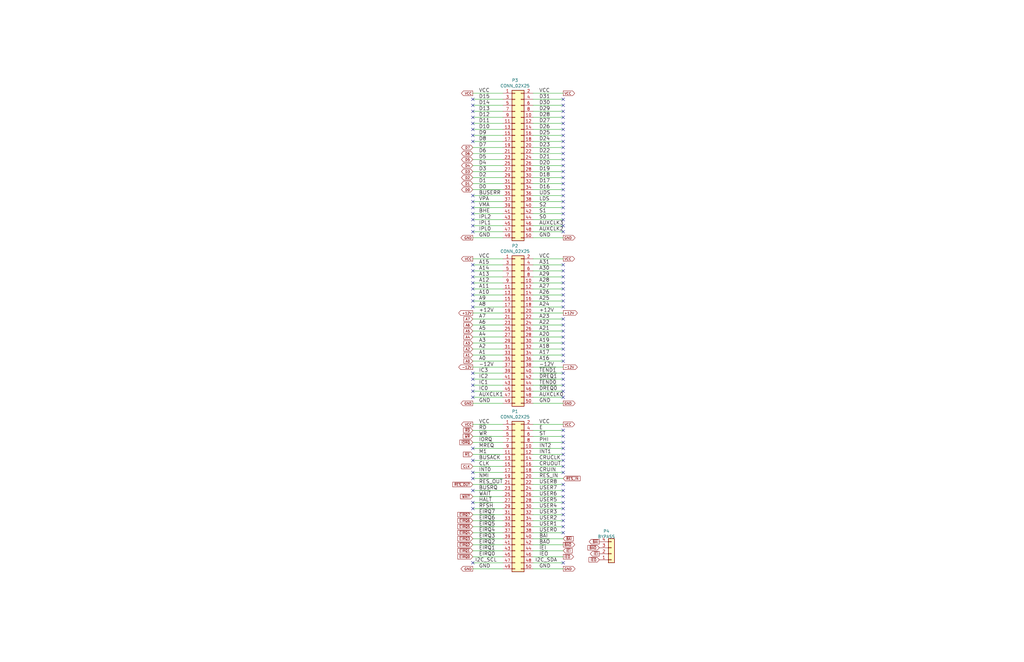
<source format=kicad_sch>
(kicad_sch (version 20211123) (generator eeschema)
  (paper "B")
  (lib_symbols
    (symbol "Connector_Generic:Conn_01x04" (pin_names (offset 1.016) hide)
      (property "Reference" "J" (at 0 5.08 0))
      (property "Value" "Conn_01x04" (at 0 -7.62 0))
      (symbol "Conn_01x04_1_1"
        (rectangle (start -1.27 -4.953) (end 0 -5.207) (stroke (width 0.1524)))
        (rectangle (start -1.27 -2.413) (end 0 -2.667) (stroke (width 0.1524)))
        (rectangle (start -1.27 0.127) (end 0 -0.127) (stroke (width 0.1524)))
        (rectangle (start -1.27 2.667) (end 0 2.413) (stroke (width 0.1524)))
        (rectangle (start -1.27 3.81) (end 1.27 -6.35) (stroke (width 0.254)) (fill (type background)))
        (pin passive line (at -5.08 2.54 0) (length 3.81) (name "Pin_1") (number "1"))
        (pin passive line (at -5.08 0 0) (length 3.81) (name "Pin_2") (number "2"))
        (pin passive line (at -5.08 -2.54 0) (length 3.81) (name "Pin_3") (number "3"))
        (pin passive line (at -5.08 -5.08 0) (length 3.81) (name "Pin_4") (number "4"))
      )
    )
    (symbol "Connector_Generic:Conn_02x25_Odd_Even" (pin_names (offset 1.016) hide)
      (property "Reference" "J" (at 1.27 33.02 0))
      (property "Value" "Conn_02x25_Odd_Even" (at 1.27 -33.02 0))
      (symbol "Conn_02x25_Odd_Even_1_1"
        (rectangle (start -1.27 -30.353) (end 0 -30.607) (stroke (width 0.1524)))
        (rectangle (start -1.27 -27.813) (end 0 -28.067) (stroke (width 0.1524)))
        (rectangle (start -1.27 -25.273) (end 0 -25.527) (stroke (width 0.1524)))
        (rectangle (start -1.27 -22.733) (end 0 -22.987) (stroke (width 0.1524)))
        (rectangle (start -1.27 -20.193) (end 0 -20.447) (stroke (width 0.1524)))
        (rectangle (start -1.27 -17.653) (end 0 -17.907) (stroke (width 0.1524)))
        (rectangle (start -1.27 -15.113) (end 0 -15.367) (stroke (width 0.1524)))
        (rectangle (start -1.27 -12.573) (end 0 -12.827) (stroke (width 0.1524)))
        (rectangle (start -1.27 -10.033) (end 0 -10.287) (stroke (width 0.1524)))
        (rectangle (start -1.27 -7.493) (end 0 -7.747) (stroke (width 0.1524)))
        (rectangle (start -1.27 -4.953) (end 0 -5.207) (stroke (width 0.1524)))
        (rectangle (start -1.27 -2.413) (end 0 -2.667) (stroke (width 0.1524)))
        (rectangle (start -1.27 0.127) (end 0 -0.127) (stroke (width 0.1524)))
        (rectangle (start -1.27 2.667) (end 0 2.413) (stroke (width 0.1524)))
        (rectangle (start -1.27 5.207) (end 0 4.953) (stroke (width 0.1524)))
        (rectangle (start -1.27 7.747) (end 0 7.493) (stroke (width 0.1524)))
        (rectangle (start -1.27 10.287) (end 0 10.033) (stroke (width 0.1524)))
        (rectangle (start -1.27 12.827) (end 0 12.573) (stroke (width 0.1524)))
        (rectangle (start -1.27 15.367) (end 0 15.113) (stroke (width 0.1524)))
        (rectangle (start -1.27 17.907) (end 0 17.653) (stroke (width 0.1524)))
        (rectangle (start -1.27 20.447) (end 0 20.193) (stroke (width 0.1524)))
        (rectangle (start -1.27 22.987) (end 0 22.733) (stroke (width 0.1524)))
        (rectangle (start -1.27 25.527) (end 0 25.273) (stroke (width 0.1524)))
        (rectangle (start -1.27 28.067) (end 0 27.813) (stroke (width 0.1524)))
        (rectangle (start -1.27 30.607) (end 0 30.353) (stroke (width 0.1524)))
        (rectangle (start -1.27 31.75) (end 3.81 -31.75) (stroke (width 0.254)) (fill (type background)))
        (rectangle (start 3.81 -30.353) (end 2.54 -30.607) (stroke (width 0.1524)))
        (rectangle (start 3.81 -27.813) (end 2.54 -28.067) (stroke (width 0.1524)))
        (rectangle (start 3.81 -25.273) (end 2.54 -25.527) (stroke (width 0.1524)))
        (rectangle (start 3.81 -22.733) (end 2.54 -22.987) (stroke (width 0.1524)))
        (rectangle (start 3.81 -20.193) (end 2.54 -20.447) (stroke (width 0.1524)))
        (rectangle (start 3.81 -17.653) (end 2.54 -17.907) (stroke (width 0.1524)))
        (rectangle (start 3.81 -15.113) (end 2.54 -15.367) (stroke (width 0.1524)))
        (rectangle (start 3.81 -12.573) (end 2.54 -12.827) (stroke (width 0.1524)))
        (rectangle (start 3.81 -10.033) (end 2.54 -10.287) (stroke (width 0.1524)))
        (rectangle (start 3.81 -7.493) (end 2.54 -7.747) (stroke (width 0.1524)))
        (rectangle (start 3.81 -4.953) (end 2.54 -5.207) (stroke (width 0.1524)))
        (rectangle (start 3.81 -2.413) (end 2.54 -2.667) (stroke (width 0.1524)))
        (rectangle (start 3.81 0.127) (end 2.54 -0.127) (stroke (width 0.1524)))
        (rectangle (start 3.81 2.667) (end 2.54 2.413) (stroke (width 0.1524)))
        (rectangle (start 3.81 5.207) (end 2.54 4.953) (stroke (width 0.1524)))
        (rectangle (start 3.81 7.747) (end 2.54 7.493) (stroke (width 0.1524)))
        (rectangle (start 3.81 10.287) (end 2.54 10.033) (stroke (width 0.1524)))
        (rectangle (start 3.81 12.827) (end 2.54 12.573) (stroke (width 0.1524)))
        (rectangle (start 3.81 15.367) (end 2.54 15.113) (stroke (width 0.1524)))
        (rectangle (start 3.81 17.907) (end 2.54 17.653) (stroke (width 0.1524)))
        (rectangle (start 3.81 20.447) (end 2.54 20.193) (stroke (width 0.1524)))
        (rectangle (start 3.81 22.987) (end 2.54 22.733) (stroke (width 0.1524)))
        (rectangle (start 3.81 25.527) (end 2.54 25.273) (stroke (width 0.1524)))
        (rectangle (start 3.81 28.067) (end 2.54 27.813) (stroke (width 0.1524)))
        (rectangle (start 3.81 30.607) (end 2.54 30.353) (stroke (width 0.1524)))
        (pin passive line (at -5.08 30.48 0) (length 3.81) (name "Pin_1") (number "1"))
        (pin passive line (at 7.62 20.32 180) (length 3.81) (name "Pin_10") (number "10"))
        (pin passive line (at -5.08 17.78 0) (length 3.81) (name "Pin_11") (number "11"))
        (pin passive line (at 7.62 17.78 180) (length 3.81) (name "Pin_12") (number "12"))
        (pin passive line (at -5.08 15.24 0) (length 3.81) (name "Pin_13") (number "13"))
        (pin passive line (at 7.62 15.24 180) (length 3.81) (name "Pin_14") (number "14"))
        (pin passive line (at -5.08 12.7 0) (length 3.81) (name "Pin_15") (number "15"))
        (pin passive line (at 7.62 12.7 180) (length 3.81) (name "Pin_16") (number "16"))
        (pin passive line (at -5.08 10.16 0) (length 3.81) (name "Pin_17") (number "17"))
        (pin passive line (at 7.62 10.16 180) (length 3.81) (name "Pin_18") (number "18"))
        (pin passive line (at -5.08 7.62 0) (length 3.81) (name "Pin_19") (number "19"))
        (pin passive line (at 7.62 30.48 180) (length 3.81) (name "Pin_2") (number "2"))
        (pin passive line (at 7.62 7.62 180) (length 3.81) (name "Pin_20") (number "20"))
        (pin passive line (at -5.08 5.08 0) (length 3.81) (name "Pin_21") (number "21"))
        (pin passive line (at 7.62 5.08 180) (length 3.81) (name "Pin_22") (number "22"))
        (pin passive line (at -5.08 2.54 0) (length 3.81) (name "Pin_23") (number "23"))
        (pin passive line (at 7.62 2.54 180) (length 3.81) (name "Pin_24") (number "24"))
        (pin passive line (at -5.08 0 0) (length 3.81) (name "Pin_25") (number "25"))
        (pin passive line (at 7.62 0 180) (length 3.81) (name "Pin_26") (number "26"))
        (pin passive line (at -5.08 -2.54 0) (length 3.81) (name "Pin_27") (number "27"))
        (pin passive line (at 7.62 -2.54 180) (length 3.81) (name "Pin_28") (number "28"))
        (pin passive line (at -5.08 -5.08 0) (length 3.81) (name "Pin_29") (number "29"))
        (pin passive line (at -5.08 27.94 0) (length 3.81) (name "Pin_3") (number "3"))
        (pin passive line (at 7.62 -5.08 180) (length 3.81) (name "Pin_30") (number "30"))
        (pin passive line (at -5.08 -7.62 0) (length 3.81) (name "Pin_31") (number "31"))
        (pin passive line (at 7.62 -7.62 180) (length 3.81) (name "Pin_32") (number "32"))
        (pin passive line (at -5.08 -10.16 0) (length 3.81) (name "Pin_33") (number "33"))
        (pin passive line (at 7.62 -10.16 180) (length 3.81) (name "Pin_34") (number "34"))
        (pin passive line (at -5.08 -12.7 0) (length 3.81) (name "Pin_35") (number "35"))
        (pin passive line (at 7.62 -12.7 180) (length 3.81) (name "Pin_36") (number "36"))
        (pin passive line (at -5.08 -15.24 0) (length 3.81) (name "Pin_37") (number "37"))
        (pin passive line (at 7.62 -15.24 180) (length 3.81) (name "Pin_38") (number "38"))
        (pin passive line (at -5.08 -17.78 0) (length 3.81) (name "Pin_39") (number "39"))
        (pin passive line (at 7.62 27.94 180) (length 3.81) (name "Pin_4") (number "4"))
        (pin passive line (at 7.62 -17.78 180) (length 3.81) (name "Pin_40") (number "40"))
        (pin passive line (at -5.08 -20.32 0) (length 3.81) (name "Pin_41") (number "41"))
        (pin passive line (at 7.62 -20.32 180) (length 3.81) (name "Pin_42") (number "42"))
        (pin passive line (at -5.08 -22.86 0) (length 3.81) (name "Pin_43") (number "43"))
        (pin passive line (at 7.62 -22.86 180) (length 3.81) (name "Pin_44") (number "44"))
        (pin passive line (at -5.08 -25.4 0) (length 3.81) (name "Pin_45") (number "45"))
        (pin passive line (at 7.62 -25.4 180) (length 3.81) (name "Pin_46") (number "46"))
        (pin passive line (at -5.08 -27.94 0) (length 3.81) (name "Pin_47") (number "47"))
        (pin passive line (at 7.62 -27.94 180) (length 3.81) (name "Pin_48") (number "48"))
        (pin passive line (at -5.08 -30.48 0) (length 3.81) (name "Pin_49") (number "49"))
        (pin passive line (at -5.08 25.4 0) (length 3.81) (name "Pin_5") (number "5"))
        (pin passive line (at 7.62 -30.48 180) (length 3.81) (name "Pin_50") (number "50"))
        (pin passive line (at 7.62 25.4 180) (length 3.81) (name "Pin_6") (number "6"))
        (pin passive line (at -5.08 22.86 0) (length 3.81) (name "Pin_7") (number "7"))
        (pin passive line (at 7.62 22.86 180) (length 3.81) (name "Pin_8") (number "8"))
        (pin passive line (at -5.08 20.32 0) (length 3.81) (name "Pin_9") (number "9"))
      )
    )
  )
  (no_connect (at 199.39 90.17))
  (no_connect (at 237.49 196.85))
  (no_connect (at 237.49 162.56))
  (no_connect (at 237.49 46.99))
  (no_connect (at 199.39 167.64))
  (no_connect (at 237.49 59.69))
  (no_connect (at 199.39 85.09))
  (no_connect (at 237.49 77.47))
  (no_connect (at 199.39 54.61))
  (no_connect (at 237.49 111.76))
  (no_connect (at 199.39 199.39))
  (no_connect (at 199.39 121.92))
  (no_connect (at 199.39 212.09))
  (no_connect (at 237.49 237.49))
  (no_connect (at 237.49 142.24))
  (no_connect (at 237.49 191.77))
  (no_connect (at 237.49 69.85))
  (no_connect (at 237.49 67.31))
  (no_connect (at 199.39 189.23))
  (no_connect (at 237.49 212.09))
  (no_connect (at 237.49 139.7))
  (no_connect (at 199.39 116.84))
  (no_connect (at 237.49 64.77))
  (no_connect (at 199.39 97.79))
  (no_connect (at 237.49 119.38))
  (no_connect (at 237.49 186.69))
  (no_connect (at 237.49 127))
  (no_connect (at 237.49 157.48))
  (no_connect (at 237.49 160.02))
  (no_connect (at 199.39 207.01))
  (no_connect (at 199.39 52.07))
  (no_connect (at 199.39 124.46))
  (no_connect (at 199.39 119.38))
  (no_connect (at 237.49 181.61))
  (no_connect (at 199.39 49.53))
  (no_connect (at 237.49 184.15))
  (no_connect (at 199.39 59.69))
  (no_connect (at 199.39 41.91))
  (no_connect (at 199.39 160.02))
  (no_connect (at 237.49 116.84))
  (no_connect (at 237.49 54.61))
  (no_connect (at 199.39 157.48))
  (no_connect (at 199.39 165.1))
  (no_connect (at 237.49 52.07))
  (no_connect (at 199.39 201.93))
  (no_connect (at 237.49 214.63))
  (no_connect (at 237.49 114.3))
  (no_connect (at 237.49 152.4))
  (no_connect (at 237.49 74.93))
  (no_connect (at 199.39 129.54))
  (no_connect (at 199.39 57.15))
  (no_connect (at 237.49 165.1))
  (no_connect (at 237.49 217.17))
  (no_connect (at 199.39 46.99))
  (no_connect (at 237.49 57.15))
  (no_connect (at 237.49 189.23))
  (no_connect (at 237.49 62.23))
  (no_connect (at 237.49 72.39))
  (no_connect (at 237.49 224.79))
  (no_connect (at 199.39 214.63))
  (no_connect (at 237.49 97.79))
  (no_connect (at 237.49 90.17))
  (no_connect (at 237.49 219.71))
  (no_connect (at 237.49 49.53))
  (no_connect (at 237.49 194.31))
  (no_connect (at 199.39 92.71))
  (no_connect (at 199.39 127))
  (no_connect (at 199.39 87.63))
  (no_connect (at 199.39 114.3))
  (no_connect (at 237.49 92.71))
  (no_connect (at 237.49 209.55))
  (no_connect (at 199.39 44.45))
  (no_connect (at 237.49 204.47))
  (no_connect (at 237.49 85.09))
  (no_connect (at 237.49 95.25))
  (no_connect (at 237.49 80.01))
  (no_connect (at 237.49 207.01))
  (no_connect (at 237.49 82.55))
  (no_connect (at 237.49 147.32))
  (no_connect (at 237.49 222.25))
  (no_connect (at 237.49 199.39))
  (no_connect (at 237.49 87.63))
  (no_connect (at 199.39 194.31))
  (no_connect (at 199.39 111.76))
  (no_connect (at 237.49 129.54))
  (no_connect (at 199.39 82.55))
  (no_connect (at 199.39 95.25))
  (no_connect (at 237.49 41.91))
  (no_connect (at 237.49 121.92))
  (no_connect (at 237.49 44.45))
  (no_connect (at 237.49 137.16))
  (no_connect (at 237.49 149.86))
  (no_connect (at 237.49 144.78))
  (no_connect (at 199.39 237.49))
  (no_connect (at 237.49 134.62))
  (no_connect (at 199.39 162.56))
  (no_connect (at 237.49 167.64))
  (no_connect (at 237.49 124.46))
  (wire (pts (xy 224.79 224.79) (xy 237.49 224.79)))
  (wire (pts (xy 199.39 224.79) (xy 212.09 224.79)))
  (wire (pts (xy 224.79 77.47) (xy 237.49 77.47)))
  (wire (pts (xy 199.39 54.61) (xy 212.09 54.61)))
  (wire (pts (xy 199.39 209.55) (xy 212.09 209.55)))
  (wire (pts (xy 224.79 207.01) (xy 237.49 207.01)))
  (wire (pts (xy 199.39 137.16) (xy 212.09 137.16)))
  (wire (pts (xy 199.39 49.53) (xy 212.09 49.53)))
  (wire (pts (xy 224.79 97.79) (xy 237.49 97.79)))
  (wire (pts (xy 237.49 194.31) (xy 224.79 194.31)))
  (wire (pts (xy 224.79 201.93) (xy 237.49 201.93)))
  (wire (pts (xy 224.79 209.55) (xy 237.49 209.55)))
  (wire (pts (xy 224.79 57.15) (xy 237.49 57.15)))
  (wire (pts (xy 199.39 240.03) (xy 212.09 240.03)))
  (wire (pts (xy 224.79 100.33) (xy 237.49 100.33)))
  (wire (pts (xy 199.39 67.31) (xy 212.09 67.31)))
  (wire (pts (xy 224.79 85.09) (xy 237.49 85.09)))
  (wire (pts (xy 224.79 142.24) (xy 237.49 142.24)))
  (wire (pts (xy 199.39 152.4) (xy 212.09 152.4)))
  (wire (pts (xy 212.09 160.02) (xy 199.39 160.02)))
  (wire (pts (xy 224.79 137.16) (xy 237.49 137.16)))
  (wire (pts (xy 212.09 85.09) (xy 199.39 85.09)))
  (wire (pts (xy 199.39 204.47) (xy 212.09 204.47)))
  (wire (pts (xy 224.79 80.01) (xy 237.49 80.01)))
  (wire (pts (xy 224.79 212.09) (xy 237.49 212.09)))
  (wire (pts (xy 199.39 74.93) (xy 212.09 74.93)))
  (wire (pts (xy 224.79 170.18) (xy 237.49 170.18)))
  (wire (pts (xy 199.39 149.86) (xy 212.09 149.86)))
  (wire (pts (xy 199.39 116.84) (xy 212.09 116.84)))
  (wire (pts (xy 199.39 227.33) (xy 212.09 227.33)))
  (wire (pts (xy 237.49 184.15) (xy 224.79 184.15)))
  (wire (pts (xy 199.39 134.62) (xy 212.09 134.62)))
  (wire (pts (xy 224.79 144.78) (xy 237.49 144.78)))
  (wire (pts (xy 224.79 124.46) (xy 237.49 124.46)))
  (wire (pts (xy 199.39 52.07) (xy 212.09 52.07)))
  (wire (pts (xy 199.39 199.39) (xy 212.09 199.39)))
  (wire (pts (xy 224.79 67.31) (xy 237.49 67.31)))
  (wire (pts (xy 237.49 95.25) (xy 224.79 95.25)))
  (wire (pts (xy 224.79 114.3) (xy 237.49 114.3)))
  (wire (pts (xy 199.39 41.91) (xy 212.09 41.91)))
  (wire (pts (xy 199.39 111.76) (xy 212.09 111.76)))
  (wire (pts (xy 199.39 44.45) (xy 212.09 44.45)))
  (wire (pts (xy 224.79 44.45) (xy 237.49 44.45)))
  (wire (pts (xy 199.39 59.69) (xy 212.09 59.69)))
  (wire (pts (xy 224.79 129.54) (xy 237.49 129.54)))
  (wire (pts (xy 224.79 147.32) (xy 237.49 147.32)))
  (wire (pts (xy 199.39 77.47) (xy 212.09 77.47)))
  (wire (pts (xy 199.39 191.77) (xy 212.09 191.77)))
  (wire (pts (xy 199.39 64.77) (xy 212.09 64.77)))
  (wire (pts (xy 199.39 62.23) (xy 212.09 62.23)))
  (wire (pts (xy 199.39 222.25) (xy 212.09 222.25)))
  (wire (pts (xy 224.79 204.47) (xy 237.49 204.47)))
  (wire (pts (xy 224.79 59.69) (xy 237.49 59.69)))
  (wire (pts (xy 224.79 87.63) (xy 237.49 87.63)))
  (wire (pts (xy 224.79 62.23) (xy 237.49 62.23)))
  (wire (pts (xy 224.79 219.71) (xy 237.49 219.71)))
  (wire (pts (xy 224.79 82.55) (xy 237.49 82.55)))
  (wire (pts (xy 212.09 90.17) (xy 199.39 90.17)))
  (wire (pts (xy 199.39 121.92) (xy 212.09 121.92)))
  (wire (pts (xy 224.79 69.85) (xy 237.49 69.85)))
  (wire (pts (xy 199.39 46.99) (xy 212.09 46.99)))
  (wire (pts (xy 224.79 196.85) (xy 237.49 196.85)))
  (wire (pts (xy 224.79 179.07) (xy 237.49 179.07)))
  (wire (pts (xy 224.79 157.48) (xy 237.49 157.48)))
  (wire (pts (xy 199.39 194.31) (xy 212.09 194.31)))
  (wire (pts (xy 224.79 222.25) (xy 237.49 222.25)))
  (wire (pts (xy 199.39 201.93) (xy 212.09 201.93)))
  (wire (pts (xy 199.39 179.07) (xy 212.09 179.07)))
  (wire (pts (xy 237.49 234.95) (xy 224.79 234.95)))
  (wire (pts (xy 224.79 154.94) (xy 237.49 154.94)))
  (wire (pts (xy 224.79 134.62) (xy 237.49 134.62)))
  (wire (pts (xy 224.79 92.71) (xy 237.49 92.71)))
  (wire (pts (xy 199.39 212.09) (xy 212.09 212.09)))
  (wire (pts (xy 199.39 119.38) (xy 212.09 119.38)))
  (wire (pts (xy 199.39 144.78) (xy 212.09 144.78)))
  (wire (pts (xy 237.49 191.77) (xy 224.79 191.77)))
  (wire (pts (xy 224.79 109.22) (xy 237.49 109.22)))
  (wire (pts (xy 224.79 121.92) (xy 237.49 121.92)))
  (wire (pts (xy 199.39 186.69) (xy 212.09 186.69)))
  (wire (pts (xy 237.49 181.61) (xy 224.79 181.61)))
  (wire (pts (xy 199.39 170.18) (xy 212.09 170.18)))
  (wire (pts (xy 199.39 219.71) (xy 212.09 219.71)))
  (wire (pts (xy 224.79 46.99) (xy 237.49 46.99)))
  (wire (pts (xy 199.39 196.85) (xy 212.09 196.85)))
  (wire (pts (xy 224.79 149.86) (xy 237.49 149.86)))
  (wire (pts (xy 199.39 234.95) (xy 212.09 234.95)))
  (wire (pts (xy 199.39 181.61) (xy 212.09 181.61)))
  (wire (pts (xy 237.49 189.23) (xy 224.79 189.23)))
  (wire (pts (xy 224.79 165.1) (xy 237.49 165.1)))
  (wire (pts (xy 199.39 129.54) (xy 212.09 129.54)))
  (wire (pts (xy 199.39 229.87) (xy 212.09 229.87)))
  (wire (pts (xy 224.79 240.03) (xy 237.49 240.03)))
  (wire (pts (xy 224.79 64.77) (xy 237.49 64.77)))
  (wire (pts (xy 199.39 127) (xy 212.09 127)))
  (wire (pts (xy 224.79 49.53) (xy 237.49 49.53)))
  (wire (pts (xy 224.79 72.39) (xy 237.49 72.39)))
  (wire (pts (xy 224.79 152.4) (xy 237.49 152.4)))
  (wire (pts (xy 199.39 57.15) (xy 212.09 57.15)))
  (wire (pts (xy 224.79 162.56) (xy 237.49 162.56)))
  (wire (pts (xy 224.79 74.93) (xy 237.49 74.93)))
  (wire (pts (xy 224.79 90.17) (xy 237.49 90.17)))
  (wire (pts (xy 212.09 82.55) (xy 199.39 82.55)))
  (wire (pts (xy 212.09 157.48) (xy 199.39 157.48)))
  (wire (pts (xy 224.79 139.7) (xy 237.49 139.7)))
  (wire (pts (xy 224.79 39.37) (xy 237.49 39.37)))
  (wire (pts (xy 212.09 87.63) (xy 199.39 87.63)))
  (wire (pts (xy 224.79 199.39) (xy 237.49 199.39)))
  (wire (pts (xy 224.79 111.76) (xy 237.49 111.76)))
  (wire (pts (xy 237.49 232.41) (xy 224.79 232.41)))
  (wire (pts (xy 224.79 52.07) (xy 237.49 52.07)))
  (wire (pts (xy 199.39 124.46) (xy 212.09 124.46)))
  (wire (pts (xy 237.49 237.49) (xy 224.79 237.49)))
  (wire (pts (xy 224.79 132.08) (xy 237.49 132.08)))
  (wire (pts (xy 224.79 217.17) (xy 237.49 217.17)))
  (wire (pts (xy 237.49 229.87) (xy 224.79 229.87)))
  (wire (pts (xy 199.39 167.64) (xy 212.09 167.64)))
  (wire (pts (xy 199.39 72.39) (xy 212.09 72.39)))
  (wire (pts (xy 199.39 142.24) (xy 212.09 142.24)))
  (wire (pts (xy 199.39 109.22) (xy 212.09 109.22)))
  (wire (pts (xy 199.39 132.08) (xy 212.09 132.08)))
  (wire (pts (xy 199.39 189.23) (xy 212.09 189.23)))
  (wire (pts (xy 224.79 116.84) (xy 237.49 116.84)))
  (wire (pts (xy 199.39 214.63) (xy 212.09 214.63)))
  (wire (pts (xy 199.39 217.17) (xy 212.09 217.17)))
  (wire (pts (xy 199.39 154.94) (xy 212.09 154.94)))
  (wire (pts (xy 199.39 39.37) (xy 212.09 39.37)))
  (wire (pts (xy 199.39 147.32) (xy 212.09 147.32)))
  (wire (pts (xy 224.79 167.64) (xy 237.49 167.64)))
  (wire (pts (xy 199.39 100.33) (xy 212.09 100.33)))
  (wire (pts (xy 237.49 227.33) (xy 224.79 227.33)))
  (wire (pts (xy 212.09 97.79) (xy 199.39 97.79)))
  (wire (pts (xy 224.79 41.91) (xy 237.49 41.91)))
  (wire (pts (xy 199.39 232.41) (xy 212.09 232.41)))
  (wire (pts (xy 212.09 165.1) (xy 199.39 165.1)))
  (wire (pts (xy 237.49 186.69) (xy 224.79 186.69)))
  (wire (pts (xy 199.39 114.3) (xy 212.09 114.3)))
  (wire (pts (xy 224.79 127) (xy 237.49 127)))
  (wire (pts (xy 199.39 80.01) (xy 212.09 80.01)))
  (wire (pts (xy 199.39 139.7) (xy 212.09 139.7)))
  (wire (pts (xy 199.39 69.85) (xy 212.09 69.85)))
  (wire (pts (xy 212.09 237.49) (xy 199.39 237.49)))
  (wire (pts (xy 224.79 160.02) (xy 237.49 160.02)))
  (wire (pts (xy 212.09 92.71) (xy 199.39 92.71)))
  (wire (pts (xy 224.79 214.63) (xy 237.49 214.63)))
  (wire (pts (xy 199.39 207.01) (xy 212.09 207.01)))
  (wire (pts (xy 212.09 95.25) (xy 199.39 95.25)))
  (wire (pts (xy 224.79 119.38) (xy 237.49 119.38)))
  (wire (pts (xy 212.09 162.56) (xy 199.39 162.56)))
  (wire (pts (xy 224.79 54.61) (xy 237.49 54.61)))
  (wire (pts (xy 199.39 184.15) (xy 212.09 184.15)))
  (label "A7" (at 201.93 134.62 0) (effects (font (size 1.524 1.524))))
  (label "VCC" (at 201.93 179.07 0) (effects (font (size 1.524 1.524))))
  (label "~{BHE}" (at 201.93 90.17 0) (effects (font (size 1.524 1.524))))
  (label "D4" (at 201.93 69.85 0) (effects (font (size 1.524 1.524))))
  (label "A5" (at 201.93 139.7 0) (effects (font (size 1.524 1.524))))
  (label "~{RES_OUT}" (at 201.93 204.47 0) (effects (font (size 1.524 1.524))))
  (label "IPL1" (at 201.93 95.25 0) (effects (font (size 1.524 1.524))))
  (label "UDS" (at 227.33 82.55 0) (effects (font (size 1.524 1.524))))
  (label "~{INT2}" (at 227.33 189.23 0) (effects (font (size 1.524 1.524))))
  (label "VCC" (at 227.33 179.07 0) (effects (font (size 1.524 1.524))))
  (label "IC2" (at 201.93 160.02 0) (effects (font (size 1.524 1.524))))
  (label "USER0" (at 227.33 224.79 0) (effects (font (size 1.524 1.524))))
  (label "VCC" (at 227.33 39.37 0) (effects (font (size 1.524 1.524))))
  (label "A9" (at 201.93 127 0) (effects (font (size 1.524 1.524))))
  (label "D9" (at 201.93 57.15 0) (effects (font (size 1.524 1.524))))
  (label "GND" (at 227.33 100.33 0) (effects (font (size 1.524 1.524))))
  (label "D23" (at 227.33 62.23 0) (effects (font (size 1.524 1.524))))
  (label "D15" (at 201.93 41.91 0) (effects (font (size 1.524 1.524))))
  (label "~{IEI}" (at 227.33 232.41 0) (effects (font (size 1.524 1.524))))
  (label "A6" (at 201.93 137.16 0) (effects (font (size 1.524 1.524))))
  (label "D0" (at 201.93 80.01 0) (effects (font (size 1.524 1.524))))
  (label "GND" (at 201.93 240.03 0) (effects (font (size 1.524 1.524))))
  (label "IPL0" (at 201.93 97.79 0) (effects (font (size 1.524 1.524))))
  (label "D16" (at 227.33 80.01 0) (effects (font (size 1.524 1.524))))
  (label "~{VPA}" (at 201.93 85.09 0) (effects (font (size 1.524 1.524))))
  (label "I2C_SCL" (at 209.55 237.49 180) (effects (font (size 1.524 1.524))))
  (label "~{NMI}" (at 201.93 201.93 0) (effects (font (size 1.524 1.524))))
  (label "~{MREQ}" (at 201.93 189.23 0) (effects (font (size 1.524 1.524))))
  (label "USER6" (at 227.33 209.55 0) (effects (font (size 1.524 1.524))))
  (label "A3" (at 201.93 144.78 0) (effects (font (size 1.524 1.524))))
  (label "A4" (at 201.93 142.24 0) (effects (font (size 1.524 1.524))))
  (label "A23" (at 227.33 134.62 0) (effects (font (size 1.524 1.524))))
  (label "D25" (at 227.33 57.15 0) (effects (font (size 1.524 1.524))))
  (label "D7" (at 201.93 62.23 0) (effects (font (size 1.524 1.524))))
  (label "VCC" (at 227.33 109.22 0) (effects (font (size 1.524 1.524))))
  (label "+12V" (at 227.33 132.08 0) (effects (font (size 1.524 1.524))))
  (label "~{BAO}" (at 227.33 229.87 0) (effects (font (size 1.524 1.524))))
  (label "A14" (at 201.93 114.3 0) (effects (font (size 1.524 1.524))))
  (label "GND" (at 227.33 170.18 0) (effects (font (size 1.524 1.524))))
  (label "D26" (at 227.33 54.61 0) (effects (font (size 1.524 1.524))))
  (label "D6" (at 201.93 64.77 0) (effects (font (size 1.524 1.524))))
  (label "~{INT0}" (at 201.93 199.39 0) (effects (font (size 1.524 1.524))))
  (label "S0" (at 227.33 92.71 0) (effects (font (size 1.524 1.524))))
  (label "A24" (at 227.33 129.54 0) (effects (font (size 1.524 1.524))))
  (label "A28" (at 227.33 119.38 0) (effects (font (size 1.524 1.524))))
  (label "A20" (at 227.33 142.24 0) (effects (font (size 1.524 1.524))))
  (label "~{RD}" (at 201.93 181.61 0) (effects (font (size 1.524 1.524))))
  (label "A21" (at 227.33 139.7 0) (effects (font (size 1.524 1.524))))
  (label "A29" (at 227.33 116.84 0) (effects (font (size 1.524 1.524))))
  (label "AUXCLK3" (at 227.33 95.25 0) (effects (font (size 1.524 1.524))))
  (label "~{DREQ1}" (at 227.33 160.02 0) (effects (font (size 1.524 1.524))))
  (label "D13" (at 201.93 46.99 0) (effects (font (size 1.524 1.524))))
  (label "~{EIRQ0}" (at 201.93 234.95 0) (effects (font (size 1.524 1.524))))
  (label "A1" (at 201.93 149.86 0) (effects (font (size 1.524 1.524))))
  (label "VCC" (at 201.93 109.22 0) (effects (font (size 1.524 1.524))))
  (label "A8" (at 201.93 129.54 0) (effects (font (size 1.524 1.524))))
  (label "A25" (at 227.33 127 0) (effects (font (size 1.524 1.524))))
  (label "A13" (at 201.93 116.84 0) (effects (font (size 1.524 1.524))))
  (label "+12V" (at 201.93 132.08 0) (effects (font (size 1.524 1.524))))
  (label "D18" (at 227.33 74.93 0) (effects (font (size 1.524 1.524))))
  (label "D24" (at 227.33 59.69 0) (effects (font (size 1.524 1.524))))
  (label "~{M1}" (at 201.93 191.77 0) (effects (font (size 1.524 1.524))))
  (label "~{RFSH}" (at 201.93 214.63 0) (effects (font (size 1.524 1.524))))
  (label "USER4" (at 227.33 214.63 0) (effects (font (size 1.524 1.524))))
  (label "PHI" (at 227.33 186.69 0) (effects (font (size 1.524 1.524))))
  (label "~{BUSERR}" (at 201.93 82.55 0) (effects (font (size 1.524 1.524))))
  (label "AUXCLK0" (at 227.33 167.64 0) (effects (font (size 1.524 1.524))))
  (label "~{IEO}" (at 227.33 234.95 0) (effects (font (size 1.524 1.524))))
  (label "~{HALT}" (at 201.93 212.09 0) (effects (font (size 1.524 1.524))))
  (label "I2C_SDA" (at 234.95 237.49 180) (effects (font (size 1.524 1.524))))
  (label "USER8" (at 227.33 204.47 0) (effects (font (size 1.524 1.524))))
  (label "~{EIRQ4}" (at 201.93 224.79 0) (effects (font (size 1.524 1.524))))
  (label "A16" (at 227.33 152.4 0) (effects (font (size 1.524 1.524))))
  (label "A2" (at 201.93 147.32 0) (effects (font (size 1.524 1.524))))
  (label "A31" (at 227.33 111.76 0) (effects (font (size 1.524 1.524))))
  (label "~{TEND1}" (at 227.33 157.48 0) (effects (font (size 1.524 1.524))))
  (label "AUXCLK1" (at 201.93 167.64 0) (effects (font (size 1.524 1.524))))
  (label "D3" (at 201.93 72.39 0) (effects (font (size 1.524 1.524))))
  (label "D19" (at 227.33 72.39 0) (effects (font (size 1.524 1.524))))
  (label "~{WR}" (at 201.93 184.15 0) (effects (font (size 1.524 1.524))))
  (label "A10" (at 201.93 124.46 0) (effects (font (size 1.524 1.524))))
  (label "E" (at 227.33 181.61 0) (effects (font (size 1.524 1.524))))
  (label "ST" (at 227.33 184.15 0) (effects (font (size 1.524 1.524))))
  (label "A18" (at 227.33 147.32 0) (effects (font (size 1.524 1.524))))
  (label "A15" (at 201.93 111.76 0) (effects (font (size 1.524 1.524))))
  (label "A0" (at 201.93 152.4 0) (effects (font (size 1.524 1.524))))
  (label "LDS" (at 227.33 85.09 0) (effects (font (size 1.524 1.524))))
  (label "D12" (at 201.93 49.53 0) (effects (font (size 1.524 1.524))))
  (label "IC1" (at 201.93 162.56 0) (effects (font (size 1.524 1.524))))
  (label "~{BUSACK}" (at 201.93 194.31 0) (effects (font (size 1.524 1.524))))
  (label "A19" (at 227.33 144.78 0) (effects (font (size 1.524 1.524))))
  (label "AUXCLK2" (at 227.33 97.79 0) (effects (font (size 1.524 1.524))))
  (label "GND" (at 227.33 240.03 0) (effects (font (size 1.524 1.524))))
  (label "D1" (at 201.93 77.47 0) (effects (font (size 1.524 1.524))))
  (label "S1" (at 227.33 90.17 0) (effects (font (size 1.524 1.524))))
  (label "~{WAIT}" (at 201.93 209.55 0) (effects (font (size 1.524 1.524))))
  (label "~{EIRQ2}" (at 201.93 229.87 0) (effects (font (size 1.524 1.524))))
  (label "CRUIN" (at 227.33 199.39 0) (effects (font (size 1.524 1.524))))
  (label "-12V" (at 201.93 154.94 0) (effects (font (size 1.524 1.524))))
  (label "D22" (at 227.33 64.77 0) (effects (font (size 1.524 1.524))))
  (label "~{IORQ}" (at 201.93 186.69 0) (effects (font (size 1.524 1.524))))
  (label "~{EIRQ5}" (at 201.93 222.25 0) (effects (font (size 1.524 1.524))))
  (label "CRUCLK" (at 227.33 194.31 0) (effects (font (size 1.524 1.524))))
  (label "D8" (at 201.93 59.69 0) (effects (font (size 1.524 1.524))))
  (label "D14" (at 201.93 44.45 0) (effects (font (size 1.524 1.524))))
  (label "D11" (at 201.93 52.07 0) (effects (font (size 1.524 1.524))))
  (label "A17" (at 227.33 149.86 0) (effects (font (size 1.524 1.524))))
  (label "A26" (at 227.33 124.46 0) (effects (font (size 1.524 1.524))))
  (label "A12" (at 201.93 119.38 0) (effects (font (size 1.524 1.524))))
  (label "~{INT1}" (at 227.33 191.77 0) (effects (font (size 1.524 1.524))))
  (label "~{EIRQ6}" (at 201.93 219.71 0) (effects (font (size 1.524 1.524))))
  (label "CLK" (at 201.93 196.85 0) (effects (font (size 1.524 1.524))))
  (label "S2" (at 227.33 87.63 0) (effects (font (size 1.524 1.524))))
  (label "D30" (at 227.33 44.45 0) (effects (font (size 1.524 1.524))))
  (label "A30" (at 227.33 114.3 0) (effects (font (size 1.524 1.524))))
  (label "~{RES_IN}" (at 227.33 201.93 0) (effects (font (size 1.524 1.524))))
  (label "D31" (at 227.33 41.91 0) (effects (font (size 1.524 1.524))))
  (label "D28" (at 227.33 49.53 0) (effects (font (size 1.524 1.524))))
  (label "D2" (at 201.93 74.93 0) (effects (font (size 1.524 1.524))))
  (label "D29" (at 227.33 46.99 0) (effects (font (size 1.524 1.524))))
  (label "USER5" (at 227.33 212.09 0) (effects (font (size 1.524 1.524))))
  (label "~{BUSRQ}" (at 201.93 207.01 0) (effects (font (size 1.524 1.524))))
  (label "GND" (at 201.93 170.18 0) (effects (font (size 1.524 1.524))))
  (label "~{EIRQ1}" (at 201.93 232.41 0) (effects (font (size 1.524 1.524))))
  (label "A27" (at 227.33 121.92 0) (effects (font (size 1.524 1.524))))
  (label "~{DREQ0}" (at 227.33 165.1 0) (effects (font (size 1.524 1.524))))
  (label "-12V" (at 227.33 154.94 0) (effects (font (size 1.524 1.524))))
  (label "IC3" (at 201.93 157.48 0) (effects (font (size 1.524 1.524))))
  (label "D27" (at 227.33 52.07 0) (effects (font (size 1.524 1.524))))
  (label "USER7" (at 227.33 207.01 0) (effects (font (size 1.524 1.524))))
  (label "D10" (at 201.93 54.61 0) (effects (font (size 1.524 1.524))))
  (label "D21" (at 227.33 67.31 0) (effects (font (size 1.524 1.524))))
  (label "~{VMA}" (at 201.93 87.63 0) (effects (font (size 1.524 1.524))))
  (label "D17" (at 227.33 77.47 0) (effects (font (size 1.524 1.524))))
  (label "A22" (at 227.33 137.16 0) (effects (font (size 1.524 1.524))))
  (label "~{BAI}" (at 227.33 227.33 0) (effects (font (size 1.524 1.524))))
  (label "USER2" (at 227.33 219.71 0) (effects (font (size 1.524 1.524))))
  (label "VCC" (at 201.93 39.37 0) (effects (font (size 1.524 1.524))))
  (label "CRUOUT" (at 227.33 196.85 0) (effects (font (size 1.524 1.524))))
  (label "GND" (at 201.93 100.33 0) (effects (font (size 1.524 1.524))))
  (label "D20" (at 227.33 69.85 0) (effects (font (size 1.524 1.524))))
  (label "~{TEND0}" (at 227.33 162.56 0) (effects (font (size 1.524 1.524))))
  (label "~{EIRQ3}" (at 201.93 227.33 0) (effects (font (size 1.524 1.524))))
  (label "~{EIRQ7}" (at 201.93 217.17 0) (effects (font (size 1.524 1.524))))
  (label "USER3" (at 227.33 217.17 0) (effects (font (size 1.524 1.524))))
  (label "IPL2" (at 201.93 92.71 0) (effects (font (size 1.524 1.524))))
  (label "A11" (at 201.93 121.92 0) (effects (font (size 1.524 1.524))))
  (label "D5" (at 201.93 67.31 0) (effects (font (size 1.524 1.524))))
  (label "IC0" (at 201.93 165.1 0) (effects (font (size 1.524 1.524))))
  (label "USER1" (at 227.33 222.25 0) (effects (font (size 1.524 1.524))))
  (global_label "~{EIRQ4}" (shape input) (at 199.39 224.79 180) (effects (font (size 1.016 1.016))) (property "Intersheet References" "${INTERSHEET_REFS}" (effects hide)))
  (global_label "GND" (shape output) (at 199.39 100.33 180) (effects (font (size 1.016 1.016))) (property "Intersheet References" "${INTERSHEET_REFS}" (effects hide)))
  (global_label "VCC" (shape output) (at 199.39 179.07 180) (effects (font (size 1.016 1.016))) (property "Intersheet References" "${INTERSHEET_REFS}" (effects hide)))
  (global_label "GND" (shape output) (at 237.49 100.33 0) (effects (font (size 1.016 1.016))) (property "Intersheet References" "${INTERSHEET_REFS}" (effects hide)))
  (global_label "~{BAI}" (shape input) (at 237.49 227.33 0) (effects (font (size 1.016 1.016))) (property "Intersheet References" "${INTERSHEET_REFS}" (effects hide)))
  (global_label "VCC" (shape output) (at 199.39 39.37 180) (effects (font (size 1.016 1.016))) (property "Intersheet References" "${INTERSHEET_REFS}" (effects hide)))
  (global_label "~{EIRQ6}" (shape input) (at 199.39 219.71 180) (effects (font (size 1.016 1.016))) (property "Intersheet References" "${INTERSHEET_REFS}" (effects hide)))
  (global_label "~{EIRQ1}" (shape input) (at 199.39 232.41 180) (effects (font (size 1.016 1.016))) (property "Intersheet References" "${INTERSHEET_REFS}" (effects hide)))
  (global_label "A0" (shape input) (at 199.39 152.4 180) (effects (font (size 1.016 1.016))) (property "Intersheet References" "${INTERSHEET_REFS}" (effects hide)))
  (global_label "+12V" (shape output) (at 199.39 132.08 180) (effects (font (size 1.016 1.016))) (property "Intersheet References" "${INTERSHEET_REFS}" (effects hide)))
  (global_label "D7" (shape bidirectional) (at 199.39 62.23 180) (effects (font (size 1.016 1.016))) (property "Intersheet References" "${INTERSHEET_REFS}" (effects hide)))
  (global_label "A4" (shape input) (at 199.39 142.24 180) (effects (font (size 1.016 1.016))) (property "Intersheet References" "${INTERSHEET_REFS}" (effects hide)))
  (global_label "A5" (shape input) (at 199.39 139.7 180) (effects (font (size 1.016 1.016))) (property "Intersheet References" "${INTERSHEET_REFS}" (effects hide)))
  (global_label "CLK" (shape input) (at 199.39 196.85 180) (effects (font (size 1.016 1.016))) (property "Intersheet References" "${INTERSHEET_REFS}" (effects hide)))
  (global_label "~{BAO}" (shape input) (at 252.73 231.14 180) (effects (font (size 1.016 1.016))) (property "Intersheet References" "${INTERSHEET_REFS}" (effects hide)))
  (global_label "~{WR}" (shape input) (at 199.39 184.15 180) (effects (font (size 1.016 1.016))) (property "Intersheet References" "${INTERSHEET_REFS}" (effects hide)))
  (global_label "~{IEI}" (shape output) (at 252.73 233.68 180) (effects (font (size 1.016 1.016))) (property "Intersheet References" "${INTERSHEET_REFS}" (effects hide)))
  (global_label "+12V" (shape output) (at 237.49 132.08 0) (effects (font (size 1.016 1.016))) (property "Intersheet References" "${INTERSHEET_REFS}" (effects hide)))
  (global_label "GND" (shape output) (at 199.39 170.18 180) (effects (font (size 1.016 1.016))) (property "Intersheet References" "${INTERSHEET_REFS}" (effects hide)))
  (global_label "A3" (shape input) (at 199.39 144.78 180) (effects (font (size 1.016 1.016))) (property "Intersheet References" "${INTERSHEET_REFS}" (effects hide)))
  (global_label "~{RD}" (shape input) (at 199.39 181.61 180) (effects (font (size 1.016 1.016))) (property "Intersheet References" "${INTERSHEET_REFS}" (effects hide)))
  (global_label "~{RES_IN}" (shape input) (at 237.49 201.93 0) (effects (font (size 1.016 1.016))) (property "Intersheet References" "${INTERSHEET_REFS}" (effects hide)))
  (global_label "-12V" (shape output) (at 237.49 154.94 0) (effects (font (size 1.016 1.016))) (property "Intersheet References" "${INTERSHEET_REFS}" (effects hide)))
  (global_label "~{IEO}" (shape output) (at 237.49 234.95 0) (effects (font (size 1.016 1.016))) (property "Intersheet References" "${INTERSHEET_REFS}" (effects hide)))
  (global_label "A2" (shape input) (at 199.39 147.32 180) (effects (font (size 1.016 1.016))) (property "Intersheet References" "${INTERSHEET_REFS}" (effects hide)))
  (global_label "~{RES_OUT}" (shape input) (at 199.39 204.47 180) (effects (font (size 1.016 1.016))) (property "Intersheet References" "${INTERSHEET_REFS}" (effects hide)))
  (global_label "VCC" (shape output) (at 199.39 109.22 180) (effects (font (size 1.016 1.016))) (property "Intersheet References" "${INTERSHEET_REFS}" (effects hide)))
  (global_label "D2" (shape bidirectional) (at 199.39 74.93 180) (effects (font (size 1.016 1.016))) (property "Intersheet References" "${INTERSHEET_REFS}" (effects hide)))
  (global_label "A1" (shape input) (at 199.39 149.86 180) (effects (font (size 1.016 1.016))) (property "Intersheet References" "${INTERSHEET_REFS}" (effects hide)))
  (global_label "~{IORQ}" (shape input) (at 199.39 186.69 180) (effects (font (size 1.016 1.016))) (property "Intersheet References" "${INTERSHEET_REFS}" (effects hide)))
  (global_label "GND" (shape output) (at 237.49 170.18 0) (effects (font (size 1.016 1.016))) (property "Intersheet References" "${INTERSHEET_REFS}" (effects hide)))
  (global_label "~{M1}" (shape input) (at 199.39 191.77 180) (effects (font (size 1.016 1.016))) (property "Intersheet References" "${INTERSHEET_REFS}" (effects hide)))
  (global_label "D0" (shape bidirectional) (at 199.39 80.01 180) (effects (font (size 1.016 1.016))) (property "Intersheet References" "${INTERSHEET_REFS}" (effects hide)))
  (global_label "D1" (shape bidirectional) (at 199.39 77.47 180) (effects (font (size 1.016 1.016))) (property "Intersheet References" "${INTERSHEET_REFS}" (effects hide)))
  (global_label "VCC" (shape output) (at 237.49 109.22 0) (effects (font (size 1.016 1.016))) (property "Intersheet References" "${INTERSHEET_REFS}" (effects hide)))
  (global_label "D4" (shape bidirectional) (at 199.39 69.85 180) (effects (font (size 1.016 1.016))) (property "Intersheet References" "${INTERSHEET_REFS}" (effects hide)))
  (global_label "D3" (shape bidirectional) (at 199.39 72.39 180) (effects (font (size 1.016 1.016))) (property "Intersheet References" "${INTERSHEET_REFS}" (effects hide)))
  (global_label "-12V" (shape output) (at 199.39 154.94 180) (effects (font (size 1.016 1.016))) (property "Intersheet References" "${INTERSHEET_REFS}" (effects hide)))
  (global_label "VCC" (shape output) (at 237.49 179.07 0) (effects (font (size 1.016 1.016))) (property "Intersheet References" "${INTERSHEET_REFS}" (effects hide)))
  (global_label "~{EIRQ3}" (shape input) (at 199.39 227.33 180) (effects (font (size 1.016 1.016))) (property "Intersheet References" "${INTERSHEET_REFS}" (effects hide)))
  (global_label "~{EIRQ0}" (shape input) (at 199.39 234.95 180) (effects (font (size 1.016 1.016))) (property "Intersheet References" "${INTERSHEET_REFS}" (effects hide)))
  (global_label "~{IEO}" (shape input) (at 252.73 236.22 180) (effects (font (size 1.016 1.016))) (property "Intersheet References" "${INTERSHEET_REFS}" (effects hide)))
  (global_label "VCC" (shape output) (at 237.49 39.37 0) (effects (font (size 1.016 1.016))) (property "Intersheet References" "${INTERSHEET_REFS}" (effects hide)))
  (global_label "~{EIRQ5}" (shape input) (at 199.39 222.25 180) (effects (font (size 1.016 1.016))) (property "Intersheet References" "${INTERSHEET_REFS}" (effects hide)))
  (global_label "~{BAO}" (shape output) (at 237.49 229.87 0) (effects (font (size 1.016 1.016))) (property "Intersheet References" "${INTERSHEET_REFS}" (effects hide)))
  (global_label "D5" (shape bidirectional) (at 199.39 67.31 180) (effects (font (size 1.016 1.016))) (property "Intersheet References" "${INTERSHEET_REFS}" (effects hide)))
  (global_label "GND" (shape output) (at 199.39 240.03 180) (effects (font (size 1.016 1.016))) (property "Intersheet References" "${INTERSHEET_REFS}" (effects hide)))
  (global_label "~{EIRQ7}" (shape input) (at 199.39 217.17 180) (effects (font (size 1.016 1.016))) (property "Intersheet References" "${INTERSHEET_REFS}" (effects hide)))
  (global_label "A6" (shape input) (at 199.39 137.16 180) (effects (font (size 1.016 1.016))) (property "Intersheet References" "${INTERSHEET_REFS}" (effects hide)))
  (global_label "~{WAIT}" (shape input) (at 199.39 209.55 180) (effects (font (size 1.016 1.016))) (property "Intersheet References" "${INTERSHEET_REFS}" (effects hide)))
  (global_label "~{BAI}" (shape output) (at 252.73 228.6 180) (effects (font (size 1.016 1.016))) (property "Intersheet References" "${INTERSHEET_REFS}" (effects hide)))
  (global_label "~{IEI}" (shape input) (at 237.49 232.41 0) (effects (font (size 1.016 1.016))) (property "Intersheet References" "${INTERSHEET_REFS}" (effects hide)))
  (global_label "D6" (shape bidirectional) (at 199.39 64.77 180) (effects (font (size 1.016 1.016))) (property "Intersheet References" "${INTERSHEET_REFS}" (effects hide)))
  (global_label "GND" (shape output) (at 237.49 240.03 0) (effects (font (size 1.016 1.016))) (property "Intersheet References" "${INTERSHEET_REFS}" (effects hide)))
  (global_label "~{EIRQ2}" (shape input) (at 199.39 229.87 180) (effects (font (size 1.016 1.016))) (property "Intersheet References" "${INTERSHEET_REFS}" (effects hide)))
  (global_label "A7" (shape input) (at 199.39 134.62 180) (effects (font (size 1.016 1.016))) (property "Intersheet References" "${INTERSHEET_REFS}" (effects hide)))
  (symbol (lib_id "Connector_Generic:Conn_01x04") (at 257.81 233.68 0) (mirror x) (unit 1)
    (property "Reference" "P4" (at 255.7018 224.155 0))
    (property "Value" "BYPASS" (at 255.7018 226.4664 0))
    (property "Footprint" "Connector_PinHeader_2.54mm:PinHeader_1x04_P2.54mm_Vertical" (effects hide))
  )
  (symbol (lib_id "Connector_Generic:Conn_02x25_Odd_Even") (at 217.17 209.55 0) (unit 1)
    (property "Reference" "P1" (at 217.17 173.609 0))
    (property "Value" "CONN_02X25" (at 217.17 175.9204 0))
    (property "Footprint" "Connector_IDC:IDC-Header_2x25_P2.54mm_Horizontal" (effects hide))
  )
  (symbol (lib_id "Connector_Generic:Conn_02x25_Odd_Even") (at 217.17 139.7 0) (unit 1)
    (property "Reference" "P2" (at 217.17 103.759 0))
    (property "Value" "CONN_02X25" (at 217.17 106.0704 0))
    (property "Footprint" "Connector_IDC:IDC-Header_2x25_P2.54mm_Horizontal" (effects hide))
  )
  (symbol (lib_id "Connector_Generic:Conn_02x25_Odd_Even") (at 217.17 69.85 0) (unit 1)
    (property "Reference" "P3" (at 217.17 33.909 0))
    (property "Value" "CONN_02X25" (at 217.17 36.2204 0))
    (property "Footprint" "Connector_IDC:IDC-Header_2x25_P2.54mm_Horizontal" (effects hide))
  )
)
</source>
